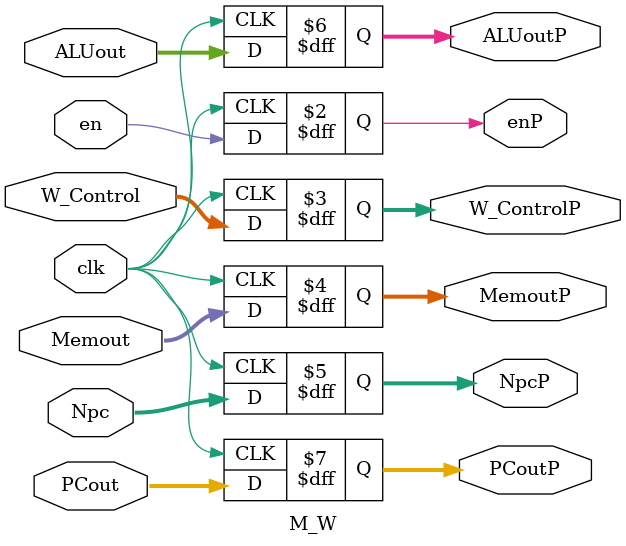
<source format=v>
module M_W(clk,en,Memout,Npc,ALUout,PCout,W_Control,enP,MemoutP,NpcP,ALUoutP,PCoutP,W_ControlP);


input clk,en;
input [1:0] W_Control;
input [15:0] Memout,Npc,ALUout,PCout;
output reg enP;
output reg [1:0] W_ControlP;
output reg [15:0] MemoutP,NpcP,ALUoutP,PCoutP;


always @(posedge clk)
begin
enP=en;
W_ControlP=W_Control;
MemoutP=Memout;
NpcP=Npc;
ALUoutP=ALUout;
PCoutP=PCout;
end
endmodule
</source>
